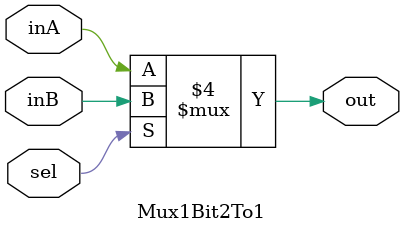
<source format=v>
`timescale 1ns / 1ps


module Mux1Bit2To1(out, inA, inB, sel);

    output reg out;
    
    input inA;
    input inB;
    input sel;

    /* Fill in the implementation here ... */ 
    always@(*)
    begin
        if(sel == 0)//output is the first input
            out <= inA;
        else//output is the second input
            out <= inB;
    end
		
endmodule

</source>
